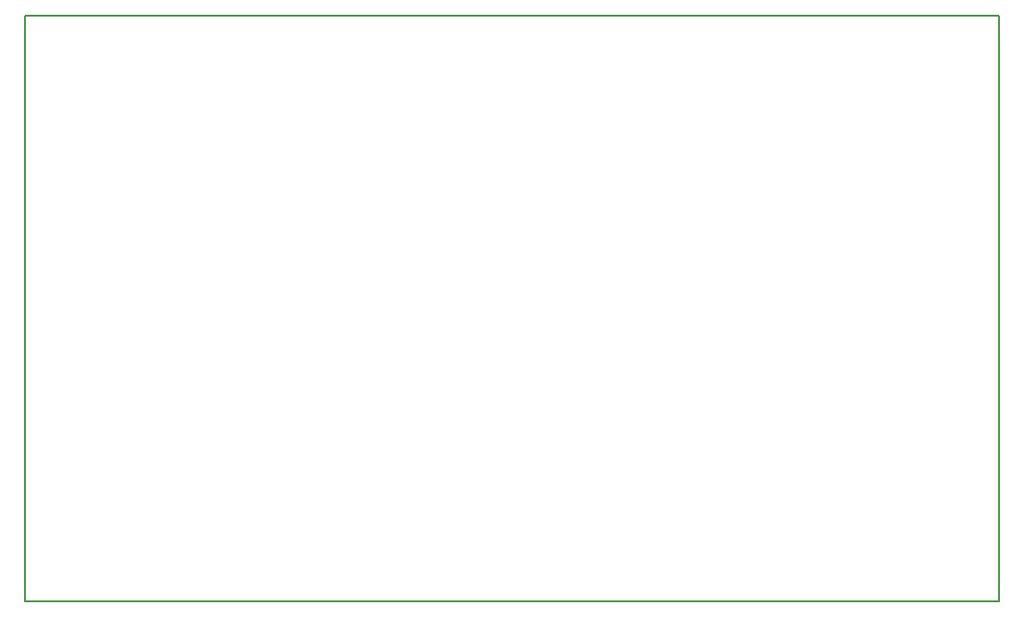
<source format=gm1>
G04 #@! TF.GenerationSoftware,KiCad,Pcbnew,(5.0.2)-1*
G04 #@! TF.CreationDate,2019-02-27T10:37:22-05:00*
G04 #@! TF.ProjectId,AR-22 Controller,41522d32-3220-4436-9f6e-74726f6c6c65,rev?*
G04 #@! TF.SameCoordinates,Original*
G04 #@! TF.FileFunction,Profile,NP*
%FSLAX46Y46*%
G04 Gerber Fmt 4.6, Leading zero omitted, Abs format (unit mm)*
G04 Created by KiCad (PCBNEW (5.0.2)-1) date 2/27/2019 10:37:22 AM*
%MOMM*%
%LPD*%
G01*
G04 APERTURE LIST*
%ADD10C,0.150000*%
G04 APERTURE END LIST*
D10*
X115697000Y-120015000D02*
X115697000Y-66294000D01*
X204851000Y-120015000D02*
X115697000Y-120015000D01*
X204851000Y-66294000D02*
X204851000Y-119888000D01*
X115697000Y-66294000D02*
X204851000Y-66294000D01*
M02*

</source>
